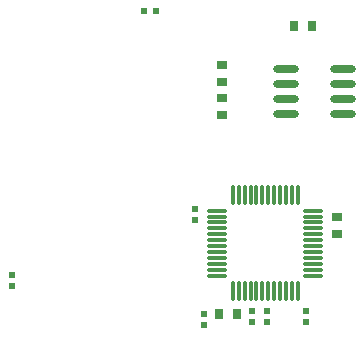
<source format=gtp>
G04 Layer_Color=8421504*
%FSLAX25Y25*%
%MOIN*%
G70*
G01*
G75*
%ADD10O,0.01181X0.07087*%
%ADD11O,0.07087X0.01181*%
%ADD12R,0.02756X0.03543*%
%ADD13R,0.01968X0.02362*%
%ADD14R,0.03543X0.02756*%
%ADD15R,0.02362X0.01968*%
%ADD16O,0.08661X0.02362*%
D10*
X591378Y24512D02*
D03*
X589409D02*
D03*
X587441D02*
D03*
X585472D02*
D03*
X583504D02*
D03*
X581535D02*
D03*
X579567D02*
D03*
X577598D02*
D03*
X575630D02*
D03*
X573661D02*
D03*
X571693D02*
D03*
X569724D02*
D03*
Y56402D02*
D03*
X571693D02*
D03*
X573661D02*
D03*
X575630D02*
D03*
X577598D02*
D03*
X579567D02*
D03*
X581535D02*
D03*
X583504D02*
D03*
X585472D02*
D03*
X587441D02*
D03*
X589409D02*
D03*
X591378D02*
D03*
D11*
X564606Y29630D02*
D03*
Y31598D02*
D03*
Y33567D02*
D03*
Y35535D02*
D03*
Y37504D02*
D03*
Y39472D02*
D03*
Y41441D02*
D03*
Y43409D02*
D03*
Y45378D02*
D03*
Y47346D02*
D03*
Y49315D02*
D03*
Y51283D02*
D03*
X596496D02*
D03*
Y49315D02*
D03*
Y47346D02*
D03*
Y45378D02*
D03*
Y43409D02*
D03*
Y41441D02*
D03*
Y39472D02*
D03*
Y37504D02*
D03*
Y35535D02*
D03*
Y33567D02*
D03*
Y31598D02*
D03*
Y29630D02*
D03*
D12*
X570953Y17000D02*
D03*
X565047D02*
D03*
X590047Y113000D02*
D03*
X595953D02*
D03*
D13*
X557000Y48032D02*
D03*
Y51969D02*
D03*
X594000Y17968D02*
D03*
Y14031D02*
D03*
X581000Y17969D02*
D03*
Y14032D02*
D03*
X576000D02*
D03*
Y17969D02*
D03*
X560000Y13032D02*
D03*
Y16969D02*
D03*
X496000Y29969D02*
D03*
Y26032D02*
D03*
D14*
X604567Y49315D02*
D03*
Y43409D02*
D03*
X566000Y88953D02*
D03*
Y83047D02*
D03*
Y99953D02*
D03*
Y94047D02*
D03*
D15*
X540031Y118000D02*
D03*
X543969D02*
D03*
D16*
X606449Y98500D02*
D03*
Y93500D02*
D03*
Y88500D02*
D03*
Y83500D02*
D03*
X587551Y98500D02*
D03*
Y93500D02*
D03*
Y88500D02*
D03*
Y83500D02*
D03*
M02*

</source>
